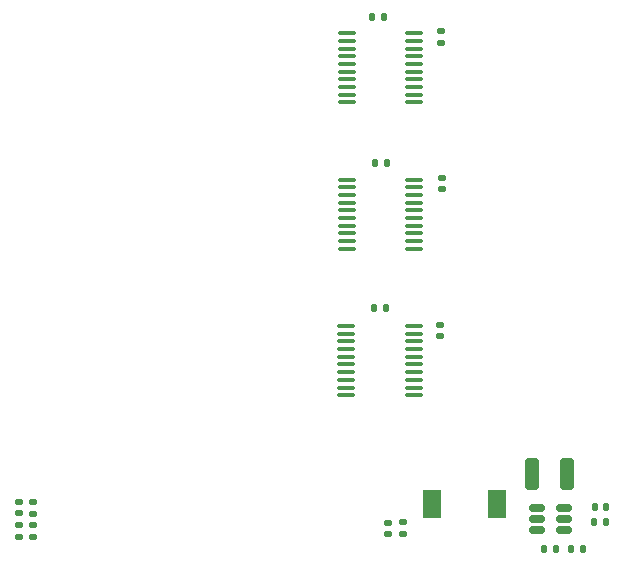
<source format=gbr>
%TF.GenerationSoftware,KiCad,Pcbnew,9.0.7*%
%TF.CreationDate,2026-02-14T10:56:32+01:00*%
%TF.ProjectId,ESP32_5V,45535033-325f-4355-962e-6b696361645f,rev?*%
%TF.SameCoordinates,Original*%
%TF.FileFunction,Paste,Top*%
%TF.FilePolarity,Positive*%
%FSLAX46Y46*%
G04 Gerber Fmt 4.6, Leading zero omitted, Abs format (unit mm)*
G04 Created by KiCad (PCBNEW 9.0.7) date 2026-02-14 10:56:32*
%MOMM*%
%LPD*%
G01*
G04 APERTURE LIST*
G04 Aperture macros list*
%AMRoundRect*
0 Rectangle with rounded corners*
0 $1 Rounding radius*
0 $2 $3 $4 $5 $6 $7 $8 $9 X,Y pos of 4 corners*
0 Add a 4 corners polygon primitive as box body*
4,1,4,$2,$3,$4,$5,$6,$7,$8,$9,$2,$3,0*
0 Add four circle primitives for the rounded corners*
1,1,$1+$1,$2,$3*
1,1,$1+$1,$4,$5*
1,1,$1+$1,$6,$7*
1,1,$1+$1,$8,$9*
0 Add four rect primitives between the rounded corners*
20,1,$1+$1,$2,$3,$4,$5,0*
20,1,$1+$1,$4,$5,$6,$7,0*
20,1,$1+$1,$6,$7,$8,$9,0*
20,1,$1+$1,$8,$9,$2,$3,0*%
G04 Aperture macros list end*
%ADD10RoundRect,0.135000X0.135000X0.185000X-0.135000X0.185000X-0.135000X-0.185000X0.135000X-0.185000X0*%
%ADD11RoundRect,0.147500X-0.172500X0.147500X-0.172500X-0.147500X0.172500X-0.147500X0.172500X0.147500X0*%
%ADD12RoundRect,0.135000X-0.135000X-0.185000X0.135000X-0.185000X0.135000X0.185000X-0.135000X0.185000X0*%
%ADD13RoundRect,0.140000X-0.170000X0.140000X-0.170000X-0.140000X0.170000X-0.140000X0.170000X0.140000X0*%
%ADD14RoundRect,0.100000X-0.637500X-0.100000X0.637500X-0.100000X0.637500X0.100000X-0.637500X0.100000X0*%
%ADD15RoundRect,0.135000X0.185000X-0.135000X0.185000X0.135000X-0.185000X0.135000X-0.185000X-0.135000X0*%
%ADD16RoundRect,0.250000X0.325000X1.100000X-0.325000X1.100000X-0.325000X-1.100000X0.325000X-1.100000X0*%
%ADD17RoundRect,0.140000X-0.140000X-0.170000X0.140000X-0.170000X0.140000X0.170000X-0.140000X0.170000X0*%
%ADD18RoundRect,0.150000X-0.512500X-0.150000X0.512500X-0.150000X0.512500X0.150000X-0.512500X0.150000X0*%
%ADD19R,1.500000X2.400000*%
G04 APERTURE END LIST*
D10*
%TO.C,R10*%
X118260000Y-89500000D03*
X117240000Y-89500000D03*
%TD*%
%TO.C,R9*%
X120510000Y-89500000D03*
X119490000Y-89500000D03*
%TD*%
D11*
%TO.C,D2*%
X73991724Y-85551587D03*
X73991724Y-86521587D03*
%TD*%
D12*
%TO.C,R8*%
X121480000Y-87250000D03*
X122500000Y-87250000D03*
%TD*%
D13*
%TO.C,C3*%
X108500000Y-45700000D03*
X108500000Y-46660000D03*
%TD*%
D12*
%TO.C,R2*%
X102950000Y-56850000D03*
X103970000Y-56850000D03*
%TD*%
D14*
%TO.C,U5*%
X100525000Y-45850000D03*
X100525000Y-46500000D03*
X100525000Y-47150000D03*
X100525000Y-47800000D03*
X100525000Y-48450000D03*
X100525000Y-49100000D03*
X100525000Y-49750000D03*
X100525000Y-50400000D03*
X100525000Y-51050000D03*
X100525000Y-51700000D03*
X106250000Y-51700000D03*
X106250000Y-51050000D03*
X106250000Y-50400000D03*
X106250000Y-49750000D03*
X106250000Y-49100000D03*
X106250000Y-48450000D03*
X106250000Y-47800000D03*
X106250000Y-47150000D03*
X106250000Y-46500000D03*
X106250000Y-45850000D03*
%TD*%
D15*
%TO.C,R4*%
X74000000Y-88520000D03*
X74000000Y-87500000D03*
%TD*%
D14*
%TO.C,U1*%
X100525000Y-58250000D03*
X100525000Y-58900000D03*
X100525000Y-59550000D03*
X100525000Y-60200000D03*
X100525000Y-60850000D03*
X100525000Y-61500000D03*
X100525000Y-62150000D03*
X100525000Y-62800000D03*
X100525000Y-63450000D03*
X100525000Y-64100000D03*
X106250000Y-64100000D03*
X106250000Y-63450000D03*
X106250000Y-62800000D03*
X106250000Y-62150000D03*
X106250000Y-61500000D03*
X106250000Y-60850000D03*
X106250000Y-60200000D03*
X106250000Y-59550000D03*
X106250000Y-58900000D03*
X106250000Y-58250000D03*
%TD*%
D15*
%TO.C,R7*%
X72750000Y-88520000D03*
X72750000Y-87500000D03*
%TD*%
D16*
%TO.C,C7*%
X119137500Y-83150000D03*
X116187500Y-83150000D03*
%TD*%
D13*
%TO.C,C1*%
X108600000Y-58100000D03*
X108600000Y-59060000D03*
%TD*%
%TO.C,C10*%
X105250000Y-87270000D03*
X105250000Y-88230000D03*
%TD*%
D12*
%TO.C,R3*%
X102865000Y-69100000D03*
X103885000Y-69100000D03*
%TD*%
D11*
%TO.C,D1*%
X72750000Y-85530000D03*
X72750000Y-86500000D03*
%TD*%
D17*
%TO.C,C8*%
X121540000Y-86000000D03*
X122500000Y-86000000D03*
%TD*%
D13*
%TO.C,C2*%
X108425000Y-70550000D03*
X108425000Y-71510000D03*
%TD*%
D18*
%TO.C,U4*%
X116612500Y-86050000D03*
X116612500Y-87000000D03*
X116612500Y-87950000D03*
X118887500Y-87950000D03*
X118887500Y-87000000D03*
X118887500Y-86050000D03*
%TD*%
D12*
%TO.C,R1*%
X102690000Y-44450000D03*
X103710000Y-44450000D03*
%TD*%
D19*
%TO.C,L1*%
X113250000Y-85750000D03*
X107750000Y-85750000D03*
%TD*%
D14*
%TO.C,U2*%
X100500000Y-70650000D03*
X100500000Y-71300000D03*
X100500000Y-71950000D03*
X100500000Y-72600000D03*
X100500000Y-73250000D03*
X100500000Y-73900000D03*
X100500000Y-74550000D03*
X100500000Y-75200000D03*
X100500000Y-75850000D03*
X100500000Y-76500000D03*
X106225000Y-76500000D03*
X106225000Y-75850000D03*
X106225000Y-75200000D03*
X106225000Y-74550000D03*
X106225000Y-73900000D03*
X106225000Y-73250000D03*
X106225000Y-72600000D03*
X106225000Y-71950000D03*
X106225000Y-71300000D03*
X106225000Y-70650000D03*
%TD*%
D13*
%TO.C,C9*%
X104000000Y-87290000D03*
X104000000Y-88250000D03*
%TD*%
M02*

</source>
